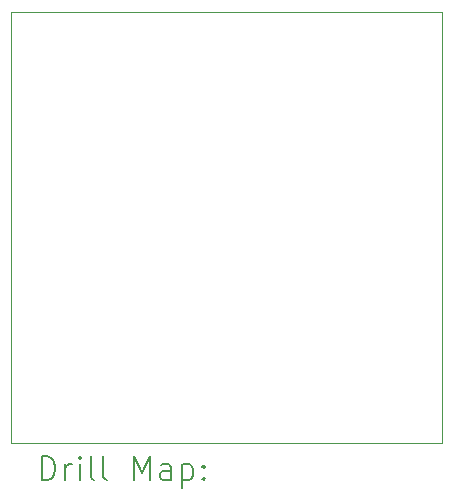
<source format=gbr>
%TF.GenerationSoftware,KiCad,Pcbnew,8.0.3*%
%TF.CreationDate,2024-07-08T22:13:50-05:00*%
%TF.ProjectId,3.3v Pro Micro,332e3376-2050-4726-9f20-4d6963726f2e,rev?*%
%TF.SameCoordinates,Original*%
%TF.FileFunction,Drillmap*%
%TF.FilePolarity,Positive*%
%FSLAX45Y45*%
G04 Gerber Fmt 4.5, Leading zero omitted, Abs format (unit mm)*
G04 Created by KiCad (PCBNEW 8.0.3) date 2024-07-08 22:13:50*
%MOMM*%
%LPD*%
G01*
G04 APERTURE LIST*
%ADD10C,0.050000*%
%ADD11C,0.200000*%
G04 APERTURE END LIST*
D10*
X12472000Y-7924000D02*
X16122000Y-7924000D01*
X16122000Y-11574000D01*
X12472000Y-11574000D01*
X12472000Y-7924000D01*
D11*
X12730277Y-11887984D02*
X12730277Y-11687984D01*
X12730277Y-11687984D02*
X12777896Y-11687984D01*
X12777896Y-11687984D02*
X12806467Y-11697508D01*
X12806467Y-11697508D02*
X12825515Y-11716555D01*
X12825515Y-11716555D02*
X12835039Y-11735603D01*
X12835039Y-11735603D02*
X12844562Y-11773698D01*
X12844562Y-11773698D02*
X12844562Y-11802269D01*
X12844562Y-11802269D02*
X12835039Y-11840365D01*
X12835039Y-11840365D02*
X12825515Y-11859412D01*
X12825515Y-11859412D02*
X12806467Y-11878460D01*
X12806467Y-11878460D02*
X12777896Y-11887984D01*
X12777896Y-11887984D02*
X12730277Y-11887984D01*
X12930277Y-11887984D02*
X12930277Y-11754650D01*
X12930277Y-11792746D02*
X12939801Y-11773698D01*
X12939801Y-11773698D02*
X12949324Y-11764174D01*
X12949324Y-11764174D02*
X12968372Y-11754650D01*
X12968372Y-11754650D02*
X12987420Y-11754650D01*
X13054086Y-11887984D02*
X13054086Y-11754650D01*
X13054086Y-11687984D02*
X13044562Y-11697508D01*
X13044562Y-11697508D02*
X13054086Y-11707031D01*
X13054086Y-11707031D02*
X13063610Y-11697508D01*
X13063610Y-11697508D02*
X13054086Y-11687984D01*
X13054086Y-11687984D02*
X13054086Y-11707031D01*
X13177896Y-11887984D02*
X13158848Y-11878460D01*
X13158848Y-11878460D02*
X13149324Y-11859412D01*
X13149324Y-11859412D02*
X13149324Y-11687984D01*
X13282658Y-11887984D02*
X13263610Y-11878460D01*
X13263610Y-11878460D02*
X13254086Y-11859412D01*
X13254086Y-11859412D02*
X13254086Y-11687984D01*
X13511229Y-11887984D02*
X13511229Y-11687984D01*
X13511229Y-11687984D02*
X13577896Y-11830841D01*
X13577896Y-11830841D02*
X13644562Y-11687984D01*
X13644562Y-11687984D02*
X13644562Y-11887984D01*
X13825515Y-11887984D02*
X13825515Y-11783222D01*
X13825515Y-11783222D02*
X13815991Y-11764174D01*
X13815991Y-11764174D02*
X13796943Y-11754650D01*
X13796943Y-11754650D02*
X13758848Y-11754650D01*
X13758848Y-11754650D02*
X13739801Y-11764174D01*
X13825515Y-11878460D02*
X13806467Y-11887984D01*
X13806467Y-11887984D02*
X13758848Y-11887984D01*
X13758848Y-11887984D02*
X13739801Y-11878460D01*
X13739801Y-11878460D02*
X13730277Y-11859412D01*
X13730277Y-11859412D02*
X13730277Y-11840365D01*
X13730277Y-11840365D02*
X13739801Y-11821317D01*
X13739801Y-11821317D02*
X13758848Y-11811793D01*
X13758848Y-11811793D02*
X13806467Y-11811793D01*
X13806467Y-11811793D02*
X13825515Y-11802269D01*
X13920753Y-11754650D02*
X13920753Y-11954650D01*
X13920753Y-11764174D02*
X13939801Y-11754650D01*
X13939801Y-11754650D02*
X13977896Y-11754650D01*
X13977896Y-11754650D02*
X13996943Y-11764174D01*
X13996943Y-11764174D02*
X14006467Y-11773698D01*
X14006467Y-11773698D02*
X14015991Y-11792746D01*
X14015991Y-11792746D02*
X14015991Y-11849888D01*
X14015991Y-11849888D02*
X14006467Y-11868936D01*
X14006467Y-11868936D02*
X13996943Y-11878460D01*
X13996943Y-11878460D02*
X13977896Y-11887984D01*
X13977896Y-11887984D02*
X13939801Y-11887984D01*
X13939801Y-11887984D02*
X13920753Y-11878460D01*
X14101705Y-11868936D02*
X14111229Y-11878460D01*
X14111229Y-11878460D02*
X14101705Y-11887984D01*
X14101705Y-11887984D02*
X14092182Y-11878460D01*
X14092182Y-11878460D02*
X14101705Y-11868936D01*
X14101705Y-11868936D02*
X14101705Y-11887984D01*
X14101705Y-11764174D02*
X14111229Y-11773698D01*
X14111229Y-11773698D02*
X14101705Y-11783222D01*
X14101705Y-11783222D02*
X14092182Y-11773698D01*
X14092182Y-11773698D02*
X14101705Y-11764174D01*
X14101705Y-11764174D02*
X14101705Y-11783222D01*
M02*

</source>
